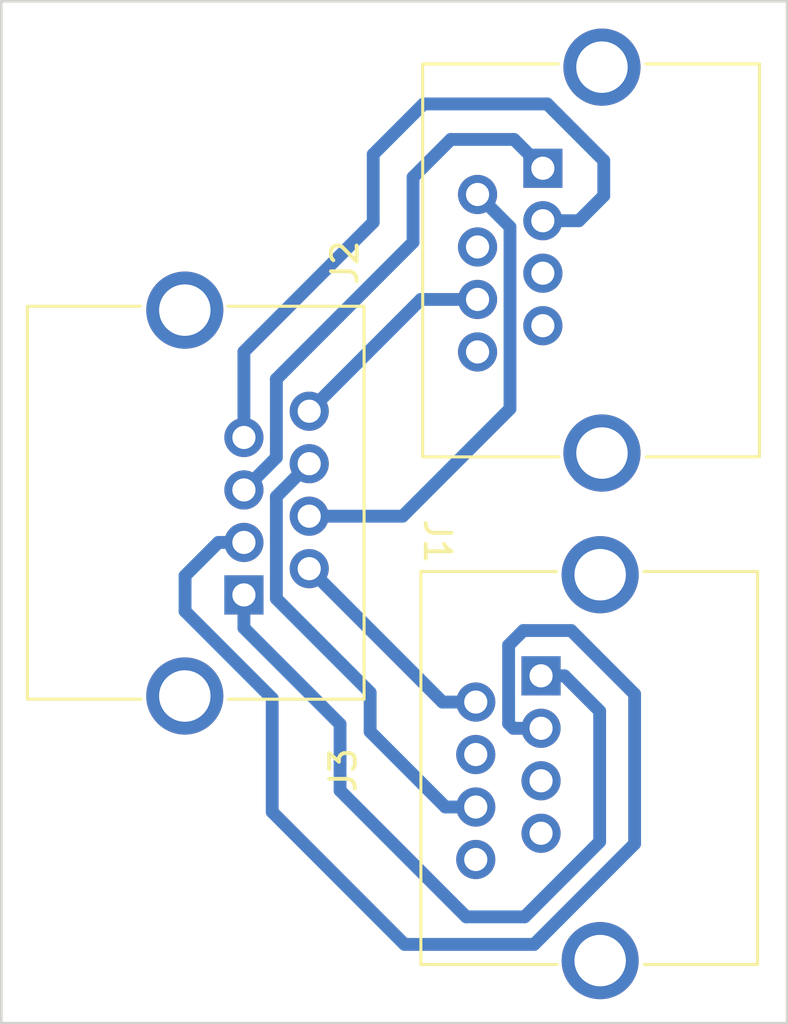
<source format=kicad_pcb>
(kicad_pcb (version 20211014) (generator pcbnew)
  (layers (0 "F.Cu" signal) (31 "B.Cu" signal) (34 "B.Paste" user) (35 "F.Paste" user) (36 "B.SilkS" user "B.Silkscreen") (37 "F.SilkS" user "F.Silkscreen") (38 "B.Mask" user) (39 "F.Mask" user) (44 "Edge.Cuts" user))
  (net 0 "")
  (net 9 "Net-(J1-Pad1)")
  (net 10 "Net-(J1-Pad2)")
  (net 11 "Net-(J1-Pad3)")
  (net 12 "Net-(J1-Pad4)")
  (net 13 "Net-(J1-Pad5)")
  (net 14 "Net-(J1-Pad6)")
  (net 15 "Net-(J1-Pad7)")
  (net 16 "Net-(J1-Pad8)")
  (footprint "Connector_RJ45:RJ45_YH-55-05" (layer "F.Cu") (at 122.68 73.73 90)
    (fp_text reference "J2" (at 7.4 -10 90 unlocked) (layer "F.SilkS"))
    (fp_text value "RJ45")
    (fp_line (start 15.125 6.125) (end 15.125 1.7) (layer "F.SilkS") (width 0.12))
    (fp_line (start -0.15 -6.975) (end -0.15 -1.675) (layer "F.SilkS") (width 0.12))
    (fp_line (start 15.125 -1.7) (end 15.125 -6.975) (layer "F.SilkS") (width 0.12))
    (fp_line (start 15.125 -6.975) (end -0.15 -6.975) (layer "F.SilkS") (width 0.12))
    (fp_line (start -0.15 6.125) (end -0.15 1.725) (layer "F.SilkS") (width 0.12))
    (fp_line (start -0.15 6.125) (end 15.125 6.125) (layer "F.SilkS") (width 0.12))
    (pad "" np_thru_hole circle (at 15 0 90) (size 3 3) (drill 2) (layers F&B.Cu *.Mask))
    (pad "" np_thru_hole circle (at 0 0 90) (size 3 3) (drill 2) (layers F&B.Cu *.Mask))
    (pad "1" thru_hole rect (at 11.07 -2.3 90) (size 1.524 1.524) (drill 0.9) (layers *.Cu *.Mask) (net 13 "Net-(J1-Pad5)"))
    (pad "2" thru_hole circle (at 10.05 -4.84 90) (size 1.524 1.524) (drill 0.9) (layers *.Cu *.Mask) (net 12 "Net-(J1-Pad4)"))
    (pad "3" thru_hole circle (at 9.03 -2.3 90) (size 1.524 1.524) (drill 0.9) (layers *.Cu *.Mask) (net 15 "Net-(J1-Pad7)"))
    (pad "4" thru_hole circle (at 8.01 -4.84 90) (size 1.524 1.524) (drill 0.9) (layers *.Cu *.Mask))
    (pad "5" thru_hole circle (at 6.99 -2.3 90) (size 1.524 1.524) (drill 0.9) (layers *.Cu *.Mask))
    (pad "6" thru_hole circle (at 5.97 -4.84 90) (size 1.524 1.524) (drill 0.9) (layers *.Cu *.Mask) (net 16 "Net-(J1-Pad8)"))
    (pad "7" thru_hole circle (at 4.95 -2.3 90) (size 1.524 1.524) (drill 0.9) (layers *.Cu *.Mask))
    (pad "8" thru_hole circle (at 3.93 -4.84 90) (size 1.524 1.524) (drill 0.9) (layers *.Cu *.Mask))
  )
  (footprint "Connector_RJ45:RJ45_YH-55-05" (layer "F.Cu") (at 122.61 93.46 90)
    (fp_text reference "J3" (at 7.4 -10 90 unlocked) (layer "F.SilkS"))
    (fp_text value "RJ45")
    (fp_line (start 15.125 -6.975) (end -0.15 -6.975) (layer "F.SilkS") (width 0.12))
    (fp_line (start 15.125 -1.7) (end 15.125 -6.975) (layer "F.SilkS") (width 0.12))
    (fp_line (start -0.15 -6.975) (end -0.15 -1.675) (layer "F.SilkS") (width 0.12))
    (fp_line (start -0.15 6.125) (end -0.15 1.725) (layer "F.SilkS") (width 0.12))
    (fp_line (start 15.125 6.125) (end 15.125 1.7) (layer "F.SilkS") (width 0.12))
    (fp_line (start -0.15 6.125) (end 15.125 6.125) (layer "F.SilkS") (width 0.12))
    (pad "" np_thru_hole circle (at 0 0 90) (size 3 3) (drill 2) (layers F&B.Cu *.Mask))
    (pad "" np_thru_hole circle (at 15 0 90) (size 3 3) (drill 2) (layers F&B.Cu *.Mask))
    (pad "1" thru_hole rect (at 11.07 -2.3 90) (size 1.524 1.524) (drill 0.9) (layers *.Cu *.Mask) (net 9 "Net-(J1-Pad1)"))
    (pad "2" thru_hole circle (at 10.05 -4.84 90) (size 1.524 1.524) (drill 0.9) (layers *.Cu *.Mask) (net 10 "Net-(J1-Pad2)"))
    (pad "3" thru_hole circle (at 9.03 -2.3 90) (size 1.524 1.524) (drill 0.9) (layers *.Cu *.Mask) (net 11 "Net-(J1-Pad3)"))
    (pad "4" thru_hole circle (at 8.01 -4.84 90) (size 1.524 1.524) (drill 0.9) (layers *.Cu *.Mask))
    (pad "5" thru_hole circle (at 6.99 -2.3 90) (size 1.524 1.524) (drill 0.9) (layers *.Cu *.Mask))
    (pad "6" thru_hole circle (at 5.97 -4.84 90) (size 1.524 1.524) (drill 0.9) (layers *.Cu *.Mask) (net 14 "Net-(J1-Pad6)"))
    (pad "7" thru_hole circle (at 4.95 -2.3 90) (size 1.524 1.524) (drill 0.9) (layers *.Cu *.Mask))
    (pad "8" thru_hole circle (at 3.93 -4.84 90) (size 1.524 1.524) (drill 0.9) (layers *.Cu *.Mask))
  )
  (footprint "Connector_RJ45:RJ45_YH-55-05" (layer "F.Cu") (at 106.45 68.175 -90)
    (fp_text reference "J1" (at 8.99 -9.83 -90 unlocked) (layer "F.SilkS"))
    (fp_text value "RJ45")
    (fp_line (start 15.125 6.125) (end 15.125 1.7) (layer "F.SilkS") (width 0.12))
    (fp_line (start -0.15 6.125) (end -0.15 1.725) (layer "F.SilkS") (width 0.12))
    (fp_line (start 15.125 -1.7) (end 15.125 -6.975) (layer "F.SilkS") (width 0.12))
    (fp_line (start -0.15 -6.975) (end -0.15 -1.675) (layer "F.SilkS") (width 0.12))
    (fp_line (start 15.125 -6.975) (end -0.15 -6.975) (layer "F.SilkS") (width 0.12))
    (fp_line (start -0.15 6.125) (end 15.125 6.125) (layer "F.SilkS") (width 0.12))
    (pad "" np_thru_hole circle (at 0 0 270) (size 3 3) (drill 2) (layers F&B.Cu *.Mask))
    (pad "" np_thru_hole circle (at 15 0 270) (size 3 3) (drill 2) (layers F&B.Cu *.Mask))
    (pad "1" thru_hole rect (at 11.07 -2.3 270) (size 1.524 1.524) (drill 0.9) (layers *.Cu *.Mask) (net 9 "Net-(J1-Pad1)"))
    (pad "2" thru_hole circle (at 10.05 -4.84 270) (size 1.524 1.524) (drill 0.9) (layers *.Cu *.Mask) (net 10 "Net-(J1-Pad2)"))
    (pad "3" thru_hole circle (at 9.03 -2.3 270) (size 1.524 1.524) (drill 0.9) (layers *.Cu *.Mask) (net 11 "Net-(J1-Pad3)"))
    (pad "4" thru_hole circle (at 8.01 -4.84 270) (size 1.524 1.524) (drill 0.9) (layers *.Cu *.Mask) (net 12 "Net-(J1-Pad4)"))
    (pad "5" thru_hole circle (at 6.99 -2.3 270) (size 1.524 1.524) (drill 0.9) (layers *.Cu *.Mask) (net 13 "Net-(J1-Pad5)"))
    (pad "6" thru_hole circle (at 5.97 -4.84 270) (size 1.524 1.524) (drill 0.9) (layers *.Cu *.Mask) (net 14 "Net-(J1-Pad6)"))
    (pad "7" thru_hole circle (at 4.95 -2.3 270) (size 1.524 1.524) (drill 0.9) (layers *.Cu *.Mask) (net 15 "Net-(J1-Pad7)"))
    (pad "8" thru_hole circle (at 3.93 -4.84 270) (size 1.524 1.524) (drill 0.9) (layers *.Cu *.Mask) (net 16 "Net-(J1-Pad8)"))
  )
  (gr_rect (start 129.88 56.17) (end 99.31 95.89) (layer "Edge.Cuts") (width 0.1) (fill none))
  (segment (start 120.31 82.39) (end 121.22 82.39) (width 0.5) (layer "B.Cu") (net 9))
  (segment (start 108.75 80.53) (end 108.75 79.245) (width 0.5) (layer "B.Cu") (net 9))
  (segment (start 122.59 88.84) (end 119.67 91.76) (width 0.5) (layer "B.Cu") (net 9))
  (segment (start 117.4 91.76) (end 112.49 86.85) (width 0.5) (layer "B.Cu") (net 9))
  (segment (start 112.49 86.85) (end 112.49 84.27) (width 0.5) (layer "B.Cu") (net 9))
  (segment (start 112.49 84.27) (end 108.75 80.53) (width 0.5) (layer "B.Cu") (net 9))
  (segment (start 119.67 91.76) (end 117.4 91.76) (width 0.5) (layer "B.Cu") (net 9))
  (segment (start 122.59 83.76) (end 122.59 88.84) (width 0.5) (layer "B.Cu") (net 9))
  (segment (start 121.22 82.39) (end 122.59 83.76) (width 0.5) (layer "B.Cu") (net 9))
  (segment (start 117.77 83.41) (end 116.475 83.41) (width 0.5) (layer "B.Cu") (net 10))
  (segment (start 116.475 83.41) (end 111.29 78.225) (width 0.5) (layer "B.Cu") (net 10))
  (segment (start 109.85 83.27) (end 106.46 79.88) (width 0.5) (layer "B.Cu") (net 11))
  (segment (start 120.04 92.83) (end 115 92.83) (width 0.5) (layer "B.Cu") (net 11))
  (segment (start 123.95 83.1) (end 123.95 88.92) (width 0.5) (layer "B.Cu") (net 11))
  (segment (start 109.85 83.27) (end 109.85 87.68) (width 0.5) (layer "B.Cu") (net 11))
  (segment (start 121.48 80.63) (end 123.95 83.1) (width 0.5) (layer "B.Cu") (net 11))
  (segment (start 119.23237 84.43) (end 119.048 84.24563) (width 0.5) (layer "B.Cu") (net 11))
  (segment (start 106.46 79.88) (end 106.46 78.5) (width 0.5) (layer "B.Cu") (net 11))
  (segment (start 119.62 80.63) (end 121.48 80.63) (width 0.5) (layer "B.Cu") (net 11))
  (segment (start 119.048 81.202) (end 119.62 80.63) (width 0.5) (layer "B.Cu") (net 11))
  (segment (start 123.95 88.92) (end 120.04 92.83) (width 0.5) (layer "B.Cu") (net 11))
  (segment (start 119.048 84.24563) (end 119.048 81.202) (width 0.5) (layer "B.Cu") (net 11))
  (segment (start 106.46 78.5) (end 107.755 77.205) (width 0.5) (layer "B.Cu") (net 11))
  (segment (start 120.31 84.43) (end 119.23237 84.43) (width 0.5) (layer "B.Cu") (net 11))
  (segment (start 107.755 77.205) (end 108.75 77.205) (width 0.5) (layer "B.Cu") (net 11))
  (segment (start 109.85 87.68) (end 115 92.83) (width 0.5) (layer "B.Cu") (net 11))
  (segment (start 119.102 72.008) (end 114.925 76.185) (width 0.5) (layer "B.Cu") (net 12))
  (segment (start 117.84 63.68) (end 119.102 64.942) (width 0.5) (layer "B.Cu") (net 12))
  (segment (start 114.925 76.185) (end 111.29 76.185) (width 0.5) (layer "B.Cu") (net 12))
  (segment (start 119.102 64.942) (end 119.102 72.008) (width 0.5) (layer "B.Cu") (net 12))
  (segment (start 110.012 73.903) (end 110.012 70.854633) (width 0.5) (layer "B.Cu") (net 13))
  (segment (start 108.75 75.165) (end 110.012 73.903) (width 0.5) (layer "B.Cu") (net 13))
  (segment (start 115.33 65.536633) (end 115.33 63.01) (width 0.5) (layer "B.Cu") (net 13))
  (segment (start 110.012 70.854633) (end 115.33 65.536633) (width 0.5) (layer "B.Cu") (net 13))
  (segment (start 116.8 61.54) (end 119.26 61.54) (width 0.5) (layer "B.Cu") (net 13))
  (segment (start 119.26 61.54) (end 120.38 62.66) (width 0.5) (layer "B.Cu") (net 13))
  (segment (start 115.33 63.01) (end 116.8 61.54) (width 0.5) (layer "B.Cu") (net 13))
  (segment (start 110.012 75.423) (end 111.29 74.145) (width 0.5) (layer "B.Cu") (net 14))
  (segment (start 110.012 79.392) (end 110.012 75.423) (width 0.5) (layer "B.Cu") (net 14))
  (segment (start 113.66 84.56) (end 113.66 83.04) (width 0.5) (layer "B.Cu") (net 14))
  (segment (start 113.66 83.04) (end 110.012 79.392) (width 0.5) (layer "B.Cu") (net 14))
  (segment (start 117.77 87.49) (end 116.59 87.49) (width 0.5) (layer "B.Cu") (net 14))
  (segment (start 116.59 87.49) (end 113.66 84.56) (width 0.5) (layer "B.Cu") (net 14))
  (segment (start 122.75 62.36) (end 122.75 63.73) (width 0.5) (layer "B.Cu") (net 15))
  (segment (start 120.55 60.16) (end 122.75 62.36) (width 0.5) (layer "B.Cu") (net 15))
  (segment (start 108.75 73.125) (end 108.75 69.79) (width 0.5) (layer "B.Cu") (net 15))
  (segment (start 113.78 64.76) (end 113.78 62.12) (width 0.5) (layer "B.Cu") (net 15))
  (segment (start 122.75 63.73) (end 121.78 64.7) (width 0.5) (layer "B.Cu") (net 15))
  (segment (start 113.78 62.12) (end 115.74 60.16) (width 0.5) (layer "B.Cu") (net 15))
  (segment (start 108.75 69.79) (end 113.78 64.76) (width 0.5) (layer "B.Cu") (net 15))
  (segment (start 121.78 64.7) (end 120.38 64.7) (width 0.5) (layer "B.Cu") (net 15))
  (segment (start 115.74 60.16) (end 120.55 60.16) (width 0.5) (layer "B.Cu") (net 15))
  (segment (start 115.635 67.76) (end 117.84 67.76) (width 0.5) (layer "B.Cu") (net 16))
  (segment (start 117.63 67.76) (end 117.84 67.76) (width 0.25) (layer "B.Cu") (net 16))
  (segment (start 111.29 72.105) (end 115.635 67.76) (width 0.5) (layer "B.Cu") (net 16))
)
</source>
